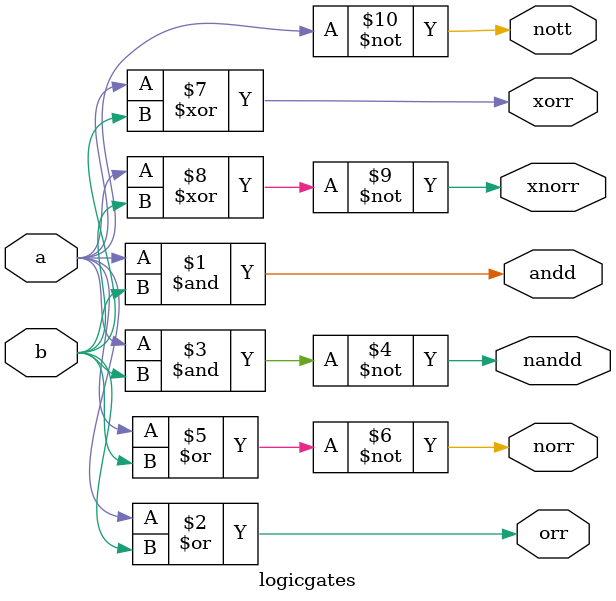
<source format=sv>
module logicgates
  (
    input a,b,
    output andd,orr,nott,nandd,norr,xorr,xnorr
  );
  and g1(andd,a,b);
  or g2(orr,a,b);
  not g3(nott,a);
  nand g4(nandd,a,b);
  nor g5(norr,a,b);
  xor g6(xorr,a,b);
  xnor g7(xnorr,a,b);
endmodule

</source>
